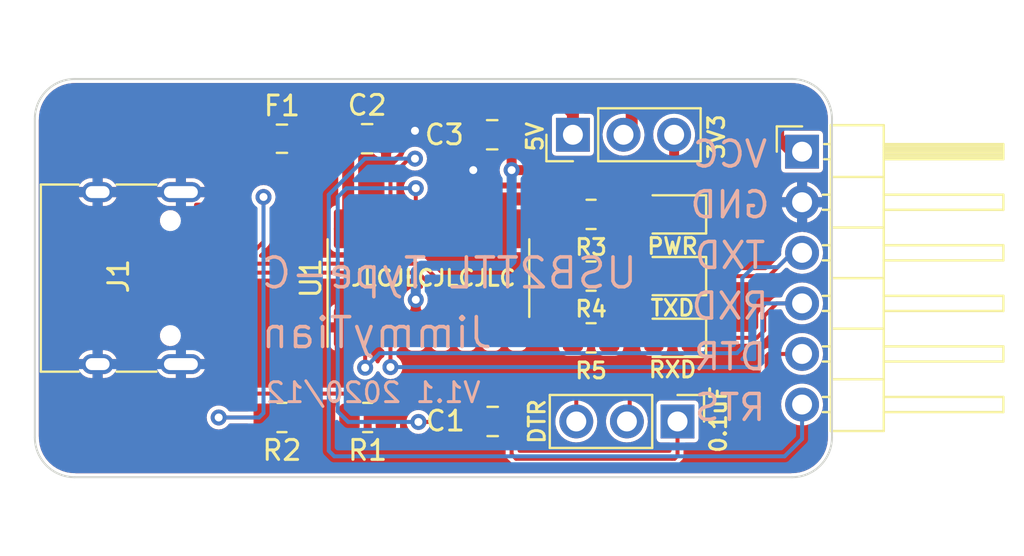
<source format=kicad_pcb>
(kicad_pcb (version 20201116) (generator pcbnew)
  (layers (0 "F.Cu" signal) (31 "B.Cu" signal) (34 "B.Paste" user) (35 "F.Paste" user) (36 "B.SilkS" user "B.Silkscreen") (37 "F.SilkS" user "F.Silkscreen") (38 "B.Mask" user) (39 "F.Mask" user) (44 "Edge.Cuts" user))
  (net 0 "")
  (net 1 "Net-(C1-Pad2)")
  (net 2 "/VCC")
  (net 3 "/DTR")
  (net 4 "GND")
  (net 5 "Net-(F1-Pad1)")
  (net 6 "/3V3")
  (net 7 "Net-(D1-Pad2)")
  (net 8 "Net-(D2-Pad2)")
  (net 9 "/TXD")
  (net 10 "Net-(D3-Pad2)")
  (net 11 "/RXD")
  (net 12 "no_connect_21")
  (net 13 "/CC1")
  (net 14 "/USBD-")
  (net 15 "/USBD+")
  (net 16 "no_connect_20")
  (net 17 "/CC2")
  (net 18 "/#VCC")
  (net 19 "/#DTR")
  (net 20 "/RTS")
  (net 21 "no_connect_25")
  (net 22 "no_connect_24")
  (net 23 "no_connect_23")
  (net 24 "no_connect_22")
  (net 25 "no_connect_27")
  (net 26 "no_connect_26")
  (net 27 "no_connect_19")
  (footprint "Connector_USB:USB_C_Receptacle_HRO_TYPE-C-31-M-12" (layer "F.Cu") (at 88.2 86 -90)
    (fp_text reference "J1" (at -0.1 0 90) (layer "F.SilkS"))
    (fp_text value "USB_C_Receptacle_USB2.0")
    (fp_line (start 4.7 2) (end 4.7 3.9) (layer "F.SilkS") (width 0.12))
    (fp_line (start -4.7 3.9) (end 4.7 3.9) (layer "F.SilkS") (width 0.12))
    (fp_line (start -4.7 2) (end -4.7 3.9) (layer "F.SilkS") (width 0.12))
    (fp_line (start 4.7 -1.9) (end 4.7 0.1) (layer "F.SilkS") (width 0.12))
    (fp_line (start -4.7 -1.9) (end -4.7 0.1) (layer "F.SilkS") (width 0.12))
    (pad "" np_thru_hole circle (at -2.89 -2.6 270) (size 0.65 0.65) (drill 0.65) (layers *.Cu *.Mask))
    (pad "" np_thru_hole circle (at 2.89 -2.6 270) (size 0.65 0.65) (drill 0.65) (layers *.Cu *.Mask))
    (pad "A1" smd rect (at -3.25 -4.045 270) (size 0.6 1.45) (layers "F.Cu" "F.Paste" "F.Mask") (net 4 "GND"))
    (pad "A4" smd rect (at -2.45 -4.045 270) (size 0.6 1.45) (layers "F.Cu" "F.Paste" "F.Mask") (net 5 "Net-(F1-Pad1)"))
    (pad "A5" smd rect (at -1.25 -4.045 270) (size 0.3 1.45) (layers "F.Cu" "F.Paste" "F.Mask") (net 13 "/CC1"))
    (pad "A6" smd rect (at -0.25 -4.045 270) (size 0.3 1.45) (layers "F.Cu" "F.Paste" "F.Mask") (net 15 "/USBD+"))
    (pad "A7" smd rect (at 0.25 -4.045 270) (size 0.3 1.45) (layers "F.Cu" "F.Paste" "F.Mask") (net 14 "/USBD-"))
    (pad "A8" smd rect (at 1.25 -4.045 270) (size 0.3 1.45) (layers "F.Cu" "F.Paste" "F.Mask") (net 27 "no_connect_19"))
    (pad "A9" smd rect (at 2.45 -4.045 270) (size 0.6 1.45) (layers "F.Cu" "F.Paste" "F.Mask") (net 5 "Net-(F1-Pad1)"))
    (pad "A12" smd rect (at 3.25 -4.045 270) (size 0.6 1.45) (layers "F.Cu" "F.Paste" "F.Mask") (net 4 "GND"))
    (pad "B1" smd rect (at 3.25 -4.045 270) (size 0.6 1.45) (layers "F.Cu" "F.Paste" "F.Mask") (net 4 "GND"))
    (pad "B4" smd rect (at 2.45 -4.045 270) (size 0.6 1.45) (layers "F.Cu" "F.Paste" "F.Mask") (net 5 "Net-(F1-Pad1)"))
    (pad "B5" smd rect (at 1.75 -4.045 270) (size 0.3 1.45) (layers "F.Cu" "F.Paste" "F.Mask") (net 17 "/CC2"))
    (pad "B6" smd rect (at 0.75 -4.045 270) (size 0.3 1.45) (layers "F.Cu" "F.Paste" "F.Mask") (net 15 "/USBD+"))
    (pad "B7" smd rect (at -0.75 -4.045 270) (size 0.3 1.45) (layers "F.Cu" "F.Paste" "F.Mask") (net 14 "/USBD-"))
    (pad "B8" smd rect (at -1.75 -4.045 270) (size 0.3 1.45) (layers "F.Cu" "F.Paste" "F.Mask") (net 16 "no_connect_20"))
    (pad "B9" smd rect (at -2.45 -4.045 270) (size 0.6 1.45) (layers "F.Cu" "F.Paste" "F.Mask") (net 5 "Net-(F1-Pad1)"))
    (pad "B12" smd rect (at -3.25 -4.045 270) (size 0.6 1.45) (layers "F.Cu" "F.Paste" "F.Mask") (net 4 "GND"))
    (pad "S1" thru_hole oval (at -4.32 1.05 270) (size 1 1.6) (drill oval 0.6 1.2) (layers *.Cu *.Mask) (net 4 "GND"))
    (pad "S1" thru_hole oval (at -4.32 -3.13 270) (size 1 2.1) (drill oval 0.6 1.7) (layers *.Cu *.Mask) (net 4 "GND"))
    (pad "S1" thru_hole oval (at 4.32 -3.13 270) (size 1 2.1) (drill oval 0.6 1.7) (layers *.Cu *.Mask) (net 4 "GND"))
    (pad "S1" thru_hole oval (at 4.32 1.05 270) (size 1 1.6) (drill oval 0.6 1.2) (layers *.Cu *.Mask) (net 4 "GND"))
  )
  (footprint "Capacitor_SMD:C_0805_2012Metric" (layer "F.Cu") (at 106.95 78.8 180)
    (fp_text reference "C3" (at 2.4 0) (layer "F.SilkS"))
    (fp_text value "0.1uF")
    (fp_line (start -0.261252 0.735) (end 0.261252 0.735) (layer "F.SilkS") (width 0.12))
    (fp_line (start -0.261252 -0.735) (end 0.261252 -0.735) (layer "F.SilkS") (width 0.12))
    (pad "1" smd roundrect (at -0.95 0 180) (size 1 1.45) (layers "F.Cu" "F.Paste" "F.Mask") (net 6 "/3V3"))
    (pad "2" smd roundrect (at 0.95 0 180) (size 1 1.45) (layers "F.Cu" "F.Paste" "F.Mask") (net 4 "GND"))
  )
  (footprint "Connector_PinHeader_2.54mm:PinHeader_1x03_P2.54mm_Vertical" (layer "F.Cu") (at 111 78.8 90)
    (fp_text reference "J2" hide)
    (fp_text value "Conn_01x03_Male")
    (fp_line (start -1.33 1.27) (end 1.33 1.27) (layer "F.SilkS") (width 0.12))
    (fp_line (start -1.33 1.27) (end -1.33 6.41) (layer "F.SilkS") (width 0.12))
    (fp_line (start -1.33 -1.33) (end 0 -1.33) (layer "F.SilkS") (width 0.12))
    (fp_line (start 1.33 1.27) (end 1.33 6.41) (layer "F.SilkS") (width 0.12))
    (fp_line (start -1.33 0) (end -1.33 -1.33) (layer "F.SilkS") (width 0.12))
    (fp_line (start -1.33 6.41) (end 1.33 6.41) (layer "F.SilkS") (width 0.12))
    (pad "1" thru_hole rect (at 0 0 90) (size 1.7 1.7) (drill 1) (layers *.Cu *.Mask) (net 2 "/VCC"))
    (pad "2" thru_hole oval (at 0 2.54 90) (size 1.7 1.7) (drill 1) (layers *.Cu *.Mask) (net 18 "/#VCC"))
    (pad "3" thru_hole oval (at 0 5.08 90) (size 1.7 1.7) (drill 1) (layers *.Cu *.Mask) (net 6 "/3V3"))
  )
  (footprint "Fuse:Fuse_0805_2012Metric" (layer "F.Cu") (at 96.4 79)
    (fp_text reference "F1" (at 0 -1.65) (layer "F.SilkS"))
    (fp_text value "Fuse")
    (fp_line (start -0.258578 -0.71) (end 0.258578 -0.71) (layer "F.SilkS") (width 0.12))
    (fp_line (start -0.258578 0.71) (end 0.258578 0.71) (layer "F.SilkS") (width 0.12))
    (pad "1" smd roundrect (at -0.9375 0) (size 0.975 1.4) (layers "F.Cu" "F.Paste" "F.Mask") (net 5 "Net-(F1-Pad1)"))
    (pad "2" smd roundrect (at 0.9375 0) (size 0.975 1.4) (layers "F.Cu" "F.Paste" "F.Mask") (net 2 "/VCC"))
  )
  (footprint "Capacitor_SMD:C_0805_2012Metric" (layer "F.Cu") (at 106.975 93.2)
    (fp_text reference "C1" (at -2.375 -0.025) (layer "F.SilkS"))
    (fp_text value "0.1uF")
    (fp_line (start -0.261252 -0.735) (end 0.261252 -0.735) (layer "F.SilkS") (width 0.12))
    (fp_line (start -0.261252 0.735) (end 0.261252 0.735) (layer "F.SilkS") (width 0.12))
    (pad "1" smd roundrect (at -0.95 0) (size 1 1.45) (layers "F.Cu" "F.Paste" "F.Mask") (net 3 "/DTR"))
    (pad "2" smd roundrect (at 0.95 0) (size 1 1.45) (layers "F.Cu" "F.Paste" "F.Mask") (net 1 "Net-(C1-Pad2)"))
  )
  (footprint "LED_SMD:LED_0805_2012Metric" (layer "F.Cu") (at 116 89 180)
    (fp_text reference "D3" hide)
    (fp_text value "RX")
    (fp_line (start -1.685 0.96) (end 1 0.96) (layer "F.SilkS") (width 0.12))
    (fp_line (start -1.685 -0.96) (end -1.685 0.96) (layer "F.SilkS") (width 0.12))
    (fp_line (start 1 -0.96) (end -1.685 -0.96) (layer "F.SilkS") (width 0.12))
    (pad "1" smd roundrect (at -0.9375 0 180) (size 0.975 1.4) (layers "F.Cu" "F.Paste" "F.Mask") (net 11 "/RXD"))
    (pad "2" smd roundrect (at 0.9375 0 180) (size 0.975 1.4) (layers "F.Cu" "F.Paste" "F.Mask") (net 10 "Net-(D3-Pad2)"))
  )
  (footprint "Capacitor_SMD:C_0805_2012Metric" (layer "F.Cu") (at 100.675 79)
    (fp_text reference "C2" (at 0 -1.68) (layer "F.SilkS"))
    (fp_text value "0.1uF")
    (fp_line (start -0.261252 0.735) (end 0.261252 0.735) (layer "F.SilkS") (width 0.12))
    (fp_line (start -0.261252 -0.735) (end 0.261252 -0.735) (layer "F.SilkS") (width 0.12))
    (pad "1" smd roundrect (at -0.95 0) (size 1 1.45) (layers "F.Cu" "F.Paste" "F.Mask") (net 2 "/VCC"))
    (pad "2" smd roundrect (at 0.95 0) (size 1 1.45) (layers "F.Cu" "F.Paste" "F.Mask") (net 4 "GND"))
  )
  (footprint "Resistor_SMD:R_0805_2012Metric" (layer "F.Cu") (at 96.4 93 180)
    (fp_text reference "R2" (at 0 -1.65) (layer "F.SilkS"))
    (fp_text value "5K1")
    (fp_line (start -0.227064 0.735) (end 0.227064 0.735) (layer "F.SilkS") (width 0.12))
    (fp_line (start -0.227064 -0.735) (end 0.227064 -0.735) (layer "F.SilkS") (width 0.12))
    (pad "1" smd roundrect (at -0.9125 0 180) (size 1.025 1.4) (layers "F.Cu" "F.Paste" "F.Mask") (roundrect_rratio 0.2439024390243902) (net 4 "GND"))
    (pad "2" smd roundrect (at 0.9125 0 180) (size 1.025 1.4) (layers "F.Cu" "F.Paste" "F.Mask") (roundrect_rratio 0.2439024390243902) (net 13 "/CC1"))
  )
  (footprint "Resistor_SMD:R_0805_2012Metric" (layer "F.Cu") (at 111.9125 82.8 180)
    (fp_text reference "R3" (at 0 -1.65) (layer "F.SilkS") (effects (font (size 0.8 0.8))))
    (fp_text value "470")
    (fp_line (start -0.227064 -0.735) (end 0.227064 -0.735) (layer "F.SilkS") (width 0.12))
    (fp_line (start -0.227064 0.735) (end 0.227064 0.735) (layer "F.SilkS") (width 0.12))
    (pad "1" smd roundrect (at -0.9125 0 180) (size 1.025 1.4) (layers "F.Cu" "F.Paste" "F.Mask") (roundrect_rratio 0.2439024390243902) (net 7 "Net-(D1-Pad2)"))
    (pad "2" smd roundrect (at 0.9125 0 180) (size 1.025 1.4) (layers "F.Cu" "F.Paste" "F.Mask") (roundrect_rratio 0.2439024390243902) (net 2 "/VCC"))
  )
  (footprint "LED_SMD:LED_0805_2012Metric" (layer "F.Cu") (at 116 85.9 180)
    (fp_text reference "D2" hide)
    (fp_text value "TX")
    (fp_line (start 1 -0.96) (end -1.685 -0.96) (layer "F.SilkS") (width 0.12))
    (fp_line (start -1.685 0.96) (end 1 0.96) (layer "F.SilkS") (width 0.12))
    (fp_line (start -1.685 -0.96) (end -1.685 0.96) (layer "F.SilkS") (width 0.12))
    (pad "1" smd roundrect (at -0.9375 0 180) (size 0.975 1.4) (layers "F.Cu" "F.Paste" "F.Mask") (net 9 "/TXD"))
    (pad "2" smd roundrect (at 0.9375 0 180) (size 0.975 1.4) (layers "F.Cu" "F.Paste" "F.Mask") (net 8 "Net-(D2-Pad2)"))
  )
  (footprint "Resistor_SMD:R_0805_2012Metric" (layer "F.Cu") (at 100.7 93 180)
    (fp_text reference "R1" (at 0 -1.65) (layer "F.SilkS"))
    (fp_text value "5K1")
    (fp_line (start -0.227064 0.735) (end 0.227064 0.735) (layer "F.SilkS") (width 0.12))
    (fp_line (start -0.227064 -0.735) (end 0.227064 -0.735) (layer "F.SilkS") (width 0.12))
    (pad "1" smd roundrect (at -0.9125 0 180) (size 1.025 1.4) (layers "F.Cu" "F.Paste" "F.Mask") (roundrect_rratio 0.2439024390243902) (net 4 "GND"))
    (pad "2" smd roundrect (at 0.9125 0 180) (size 1.025 1.4) (layers "F.Cu" "F.Paste" "F.Mask") (roundrect_rratio 0.2439024390243902) (net 17 "/CC2"))
  )
  (footprint "Resistor_SMD:R_0805_2012Metric" (layer "F.Cu") (at 111.9125 89 180)
    (fp_text reference "R5" (at 0 -1.65) (layer "F.SilkS") (effects (font (size 0.8 0.8))))
    (fp_text value "470")
    (fp_line (start -0.227064 0.735) (end 0.227064 0.735) (layer "F.SilkS") (width 0.12))
    (fp_line (start -0.227064 -0.735) (end 0.227064 -0.735) (layer "F.SilkS") (width 0.12))
    (pad "1" smd roundrect (at -0.9125 0 180) (size 1.025 1.4) (layers "F.Cu" "F.Paste" "F.Mask") (roundrect_rratio 0.2439024390243902) (net 10 "Net-(D3-Pad2)"))
    (pad "2" smd roundrect (at 0.9125 0 180) (size 1.025 1.4) (layers "F.Cu" "F.Paste" "F.Mask") (roundrect_rratio 0.2439024390243902) (net 2 "/VCC"))
  )
  (footprint "Connector_PinHeader_2.54mm:PinHeader_1x06_P2.54mm_Horizontal" (layer "F.Cu") (at 122.5 79.65)
    (fp_text reference "J4" hide)
    (fp_text value "Conn_01x06_Male")
    (fp_line (start 10.1 4.7) (end 10.1 5.46) (layer "F.SilkS") (width 0.12))
    (fp_line (start 1.44 8.89) (end 4.1 8.89) (layer "F.SilkS") (width 0.12))
    (fp_line (start 4.1 0.16) (end 10.1 0.16) (layer "F.SilkS") (width 0.12))
    (fp_line (start 4.1 4.7) (end 10.1 4.7) (layer "F.SilkS") (width 0.12))
    (fp_line (start 1.11 -0.38) (end 1.44 -0.38) (layer "F.SilkS") (width 0.12))
    (fp_line (start 1.44 1.27) (end 4.1 1.27) (layer "F.SilkS") (width 0.12))
    (fp_line (start 10.1 2.16) (end 10.1 2.92) (layer "F.SilkS") (width 0.12))
    (fp_line (start 10.1 13.08) (end 4.1 13.08) (layer "F.SilkS") (width 0.12))
    (fp_line (start 10.1 12.32) (end 10.1 13.08) (layer "F.SilkS") (width 0.12))
    (fp_line (start 10.1 7.24) (end 10.1 8) (layer "F.SilkS") (width 0.12))
    (fp_line (start 4.1 -0.38) (end 10.1 -0.38) (layer "F.SilkS") (width 0.12))
    (fp_line (start 4.1 -0.2) (end 10.1 -0.2) (layer "F.SilkS") (width 0.12))
    (fp_line (start 1.042929 2.92) (end 1.44 2.92) (layer "F.SilkS") (width 0.12))
    (fp_line (start 4.1 -0.08) (end 10.1 -0.08) (layer "F.SilkS") (width 0.12))
    (fp_line (start 1.042929 10.54) (end 1.44 10.54) (layer "F.SilkS") (width 0.12))
    (fp_line (start 10.1 -0.38) (end 10.1 0.38) (layer "F.SilkS") (width 0.12))
    (fp_line (start 1.042929 8) (end 1.44 8) (layer "F.SilkS") (width 0.12))
    (fp_line (start 10.1 8) (end 4.1 8) (layer "F.SilkS") (width 0.12))
    (fp_line (start 4.1 0.28) (end 10.1 0.28) (layer "F.SilkS") (width 0.12))
    (fp_line (start 1.042929 4.7) (end 1.44 4.7) (layer "F.SilkS") (width 0.12))
    (fp_line (start 1.44 3.81) (end 4.1 3.81) (layer "F.SilkS") (width 0.12))
    (fp_line (start -1.27 -1.27) (end 0 -1.27) (layer "F.SilkS") (width 0.12))
    (fp_line (start 1.44 14.03) (end 4.1 14.03) (layer "F.SilkS") (width 0.12))
    (fp_line (start 4.1 -0.32) (end 10.1 -0.32) (layer "F.SilkS") (width 0.12))
    (fp_line (start 10.1 5.46) (end 4.1 5.46) (layer "F.SilkS") (width 0.12))
    (fp_line (start 1.042929 13.08) (end 1.44 13.08) (layer "F.SilkS") (width 0.12))
    (fp_line (start 1.042929 7.24) (end 1.44 7.24) (layer "F.SilkS") (width 0.12))
    (fp_line (start 4.1 7.24) (end 10.1 7.24) (layer "F.SilkS") (width 0.12))
    (fp_line (start 4.1 2.16) (end 10.1 2.16) (layer "F.SilkS") (width 0.12))
    (fp_line (start 4.1 -1.33) (end 1.44 -1.33) (layer "F.SilkS") (width 0.12))
    (fp_line (start 4.1 9.78) (end 10.1 9.78) (layer "F.SilkS") (width 0.12))
    (fp_line (start 4.1 14.03) (end 4.1 -1.33) (layer "F.SilkS") (width 0.12))
    (fp_line (start 10.1 10.54) (end 4.1 10.54) (layer "F.SilkS") (width 0.12))
    (fp_line (start 10.1 0.38) (end 4.1 0.38) (layer "F.SilkS") (width 0.12))
    (fp_line (start 1.042929 2.16) (end 1.44 2.16) (layer "F.SilkS") (width 0.12))
    (fp_line (start 4.1 12.32) (end 10.1 12.32) (layer "F.SilkS") (width 0.12))
    (fp_line (start 1.11 0.38) (end 1.44 0.38) (layer "F.SilkS") (width 0.12))
    (fp_line (start 1.44 -1.33) (end 1.44 14.03) (layer "F.SilkS") (width 0.12))
    (fp_line (start 1.042929 9.78) (end 1.44 9.78) (layer "F.SilkS") (width 0.12))
    (fp_line (start 1.44 6.35) (end 4.1 6.35) (layer "F.SilkS") (width 0.12))
    (fp_line (start 1.44 11.43) (end 4.1 11.43) (layer "F.SilkS") (width 0.12))
    (fp_line (start -1.27 0) (end -1.27 -1.27) (layer "F.SilkS") (width 0.12))
    (fp_line (start 4.1 0.04) (end 10.1 0.04) (layer "F.SilkS") (width 0.12))
    (fp_line (start 10.1 9.78) (end 10.1 10.54) (layer "F.SilkS") (width 0.12))
    (fp_line (start 1.042929 12.32) (end 1.44 12.32) (layer "F.SilkS") (width 0.12))
    (fp_line (start 10.1 2.92) (end 4.1 2.92) (layer "F.SilkS") (width 0.12))
    (fp_line (start 1.042929 5.46) (end 1.44 5.46) (layer "F.SilkS") (width 0.12))
    (pad "1" thru_hole rect (at 0 0) (size 1.7 1.7) (drill 1) (layers *.Cu *.Mask) (net 18 "/#VCC"))
    (pad "2" thru_hole oval (at 0 2.54) (size 1.7 1.7) (drill 1) (layers *.Cu *.Mask) (net 4 "GND"))
    (pad "3" thru_hole oval (at 0 5.08) (size 1.7 1.7) (drill 1) (layers *.Cu *.Mask) (net 9 "/TXD"))
    (pad "4" thru_hole oval (at 0 7.62) (size 1.7 1.7) (drill 1) (layers *.Cu *.Mask) (net 11 "/RXD"))
    (pad "5" thru_hole oval (at 0 10.16) (size 1.7 1.7) (drill 1) (layers *.Cu *.Mask) (net 19 "/#DTR"))
    (pad "6" thru_hole oval (at 0 12.7) (size 1.7 1.7) (drill 1) (layers *.Cu *.Mask) (net 20 "/RTS"))
  )
  (footprint "Resistor_SMD:R_0805_2012Metric" (layer "F.Cu") (at 111.9125 85.9 180)
    (fp_text reference "R4" (at 0 -1.65) (layer "F.SilkS") (effects (font (size 0.8 0.8))))
    (fp_text value "220")
    (fp_line (start -0.227064 -0.735) (end 0.227064 -0.735) (layer "F.SilkS") (width 0.12))
    (fp_line (start -0.227064 0.735) (end 0.227064 0.735) (layer "F.SilkS") (width 0.12))
    (pad "1" smd roundrect (at -0.9125 0 180) (size 1.025 1.4) (layers "F.Cu" "F.Paste" "F.Mask") (roundrect_rratio 0.2439024390243902) (net 8 "Net-(D2-Pad2)"))
    (pad "2" smd roundrect (at 0.9125 0 180) (size 1.025 1.4) (layers "F.Cu" "F.Paste" "F.Mask") (roundrect_rratio 0.2439024390243902) (net 2 "/VCC"))
  )
  (footprint "Connector_PinHeader_2.54mm:PinHeader_1x03_P2.54mm_Vertical" (layer "F.Cu") (at 116.25 93.2 -90)
    (fp_text reference "J3" hide)
    (fp_text value "Conn_01x03_Male")
    (fp_line (start -1.33 6.41) (end 1.33 6.41) (layer "F.SilkS") (width 0.12))
    (fp_line (start -1.33 1.27) (end 1.33 1.27) (layer "F.SilkS") (width 0.12))
    (fp_line (start 1.33 1.27) (end 1.33 6.41) (layer "F.SilkS") (width 0.12))
    (fp_line (start -1.33 1.27) (end -1.33 6.41) (layer "F.SilkS") (width 0.12))
    (fp_line (start -1.33 0) (end -1.33 -1.33) (layer "F.SilkS") (width 0.12))
    (fp_line (start -1.33 -1.33) (end 0 -1.33) (layer "F.SilkS") (width 0.12))
    (pad "1" thru_hole rect (at 0 0 270) (size 1.7 1.7) (drill 1) (layers *.Cu *.Mask) (net 1 "Net-(C1-Pad2)"))
    (pad "2" thru_hole oval (at 0 2.54 270) (size 1.7 1.7) (drill 1) (layers *.Cu *.Mask) (net 19 "/#DTR"))
    (pad "3" thru_hole oval (at 0 5.08 270) (size 1.7 1.7) (drill 1) (layers *.Cu *.Mask) (net 3 "/DTR"))
  )
  (footprint "Package_SO:SOIC-16_3.9x9.9mm_P1.27mm" (layer "F.Cu") (at 103.75 86 90)
    (fp_text reference "U1" (at 0 -5.9 90) (layer "F.SilkS"))
    (fp_text value "CH340C")
    (fp_line (start 0 -5.06) (end -3.45 -5.06) (layer "F.SilkS") (width 0.12))
    (fp_line (start 0 5.06) (end 1.95 5.06) (layer "F.SilkS") (width 0.12))
    (fp_line (start 0 5.06) (end -1.95 5.06) (layer "F.SilkS") (width 0.12))
    (fp_line (start 0 -5.06) (end 1.95 -5.06) (layer "F.SilkS") (width 0.12))
    (pad "1" smd roundrect (at -2.475 -4.445 90) (size 1.95 0.6) (layers "F.Cu" "F.Paste" "F.Mask") (net 4 "GND"))
    (pad "2" smd roundrect (at -2.475 -3.175 90) (size 1.95 0.6) (layers "F.Cu" "F.Paste" "F.Mask") (net 9 "/TXD"))
    (pad "3" smd roundrect (at -2.475 -1.905 90) (size 1.95 0.6) (layers "F.Cu" "F.Paste" "F.Mask") (net 11 "/RXD"))
    (pad "4" smd roundrect (at -2.475 -0.635 90) (size 1.95 0.6) (layers "F.Cu" "F.Paste" "F.Mask") (net 6 "/3V3"))
    (pad "5" smd roundrect (at -2.475 0.635 90) (size 1.95 0.6) (layers "F.Cu" "F.Paste" "F.Mask") (net 15 "/USBD+"))
    (pad "6" smd roundrect (at -2.475 1.905 90) (size 1.95 0.6) (layers "F.Cu" "F.Paste" "F.Mask") (net 14 "/USBD-"))
    (pad "7" smd roundrect (at -2.475 3.175 90) (size 1.95 0.6) (layers "F.Cu" "F.Paste" "F.Mask") (net 21 "no_connect_25"))
    (pad "8" smd roundrect (at -2.475 4.445 90) (size 1.95 0.6) (layers "F.Cu" "F.Paste" "F.Mask") (net 26 "no_connect_26"))
    (pad "9" smd roundrect (at 2.475 4.445 90) (size 1.95 0.6) (layers "F.Cu" "F.Paste" "F.Mask") (net 25 "no_connect_27"))
    (pad "10" smd roundrect (at 2.475 3.175 90) (size 1.95 0.6) (layers "F.Cu" "F.Paste" "F.Mask") (net 12 "no_connect_21"))
    (pad "11" smd roundrect (at 2.475 1.905 90) (size 1.95 0.6) (layers "F.Cu" "F.Paste" "F.Mask") (net 24 "no_connect_22"))
    (pad "12" smd roundrect (at 2.475 0.635 90) (size 1.95 0.6) (layers "F.Cu" "F.Paste" "F.Mask") (net 23 "no_connect_23"))
    (pad "13" smd roundrect (at 2.475 -0.635 90) (size 1.95 0.6) (layers "F.Cu" "F.Paste" "F.Mask") (net 3 "/DTR"))
    (pad "14" smd roundrect (at 2.475 -1.905 90) (size 1.95 0.6) (layers "F.Cu" "F.Paste" "F.Mask") (net 20 "/RTS"))
    (pad "15" smd roundrect (at 2.475 -3.175 90) (size 1.95 0.6) (layers "F.Cu" "F.Paste" "F.Mask") (net 22 "no_connect_24"))
    (pad "16" smd roundrect (at 2.475 -4.445 90) (size 1.95 0.6) (layers "F.Cu" "F.Paste" "F.Mask") (net 2 "/VCC"))
  )
  (footprint "LED_SMD:LED_0805_2012Metric" (layer "F.Cu") (at 116 82.8 180)
    (fp_text reference "D1" hide)
    (fp_text value "PWR")
    (fp_line (start -1.685 -0.96) (end -1.685 0.96) (layer "F.SilkS") (width 0.12))
    (fp_line (start 1 -0.96) (end -1.685 -0.96) (layer "F.SilkS") (width 0.12))
    (fp_line (start -1.685 0.96) (end 1 0.96) (layer "F.SilkS") (width 0.12))
    (pad "1" smd roundrect (at -0.9375 0 180) (size 0.975 1.4) (layers "F.Cu" "F.Paste" "F.Mask") (net 4 "GND"))
    (pad "2" smd roundrect (at 0.9375 0 180) (size 0.975 1.4) (layers "F.Cu" "F.Paste" "F.Mask") (net 7 "Net-(D1-Pad2)"))
  )
  (gr_line (start 124 94) (end 124 78.000003) (layer "Edge.Cuts") (width 0.1))
  (gr_arc (start 122 78) (end 124 78.000003) (angle -90) (layer "Edge.Cuts") (width 0.1))
  (gr_line (start 85.999997 96) (end 121.999997 96) (layer "Edge.Cuts") (width 0.1))
  (gr_line (start 122.000003 76) (end 86 76) (layer "Edge.Cuts") (width 0.1))
  (gr_arc (start 122 94) (end 121.999997 96) (angle -90) (layer "Edge.Cuts") (width 0.1))
  (gr_arc (start 86 94) (end 84 93.999997) (angle -90) (layer "Edge.Cuts") (width 0.1))
  (gr_line (start 84 78.000002) (end 84 93.999999) (layer "Edge.Cuts") (width 0.1))
  (gr_arc (start 85.999997 78) (end 86 76) (angle -90) (layer "Edge.Cuts") (width 0.1))
  (gr_text "RXD" (at 116.845238 87.41) (layer "B.SilkS") (effects (font (size 1.3 1.3) (thickness 0.18)) (justify right mirror)))
  (gr_text "V1.1 2020/12" (at 95.5 91.75) (layer "B.SilkS") (effects (font (size 1 1)) (justify right mirror)))
  (gr_text "JimmyTian" (at 95.25 88.75) (layer "B.SilkS") (effects (font (size 1.5 1.5) (thickness 0.18)) (justify right mirror)))
  (gr_text "DTR" (at 116.969048 89.955) (layer "B.SilkS") (effects (font (size 1.3 1.3) (thickness 0.18)) (justify right mirror)))
  (gr_text "RTS" (at 117 92.5) (layer "B.SilkS") (effects (font (size 1.3 1.3) (thickness 0.18)) (justify right mirror)))
  (gr_text "GND" (at 116.783333 82.32) (layer "B.SilkS") (effects (font (size 1.3 1.3) (thickness 0.18)) (justify right mirror)))
  (gr_text "USB2TTL Type-C" (at 95.25 85.75) (layer "B.SilkS") (effects (font (size 1.5 1.5) (thickness 0.18)) (justify right mirror)))
  (gr_text "TXD" (at 117 84.865) (layer "B.SilkS") (effects (font (size 1.3 1.3) (thickness 0.18)) (justify right mirror)))
  (gr_text "VCC" (at 116.907143 79.775) (layer "B.SilkS") (effects (font (size 1.3 1.3) (thickness 0.18)) (justify right mirror)))
  (gr_text "5V" (at 109.1 78.9 90) (layer "F.SilkS") (effects (font (size 0.8 0.8))))
  (gr_text "RXD" (at 116 90.6) (layer "F.SilkS") (effects (font (size 0.8 0.8))))
  (gr_text "PWR" (at 116 84.4) (layer "F.SilkS") (effects (font (size 0.8 0.8))))
  (gr_text "TXD" (at 116 87.5) (layer "F.SilkS") (effects (font (size 0.8 0.8))))
  (gr_text "DTR" (at 109.2 93.2 90) (layer "F.SilkS") (effects (font (size 0.8 0.8))))
  (gr_text "JLCJLCJLCJLC" (at 104 86) (layer "F.SilkS") (effects (font (size 0.8 0.8))))
  (gr_text "0.1uF" (at 118.3 93.1 90) (layer "F.SilkS") (effects (font (size 0.8 0.8))))
  (gr_text "3V3" (at 118.2 78.9 90) (layer "F.SilkS") (effects (font (size 0.8 0.8))))
  (segment (start 107.925 94.85) (end 108.15 95.075) (width 0.2) (layer "F.Cu") (net 1))
  (segment (start 108.15 95.075) (end 115.975 95.075) (width 0.2) (layer "F.Cu") (net 1))
  (segment (start 116.25 94.925) (end 116.25 93.2) (width 0.2) (layer "F.Cu") (net 1))
  (segment (start 115.975 95.075) (end 116.1 95.075) (width 0.2) (layer "F.Cu") (net 1))
  (segment (start 116.1 95.075) (end 116.25 94.925) (width 0.2) (layer "F.Cu") (net 1))
  (segment (start 107.925 93.2) (end 107.925 94.85) (width 0.2) (layer "F.Cu") (net 1))
  (segment (start 101.425 77.3) (end 104.425 77.3) (width 0.6) (layer "F.Cu") (net 2))
  (segment (start 104.425 81.125) (end 104.425 77.3) (width 0.3) (layer "F.Cu") (net 2))
  (segment (start 99.725 79) (end 99.725 83.105) (width 0.6) (layer "F.Cu") (net 2))
  (segment (start 111 89) (end 111 82.8) (width 0.2) (layer "F.Cu") (net 2))
  (segment (start 110.575 77.3) (end 111 77.725) (width 0.6) (layer "F.Cu") (net 2))
  (segment (start 97.3375 79) (end 99.725 79) (width 0.6) (layer "F.Cu") (net 2))
  (segment (start 110.2 81.35) (end 104.65 81.35) (width 0.3) (layer "F.Cu") (net 2))
  (segment (start 104.425 77.3) (end 110.575 77.3) (width 0.6) (layer "F.Cu") (net 2))
  (segment (start 110.39999 82.19999) (end 110.39999 81.54999) (width 0.3) (layer "F.Cu") (net 2))
  (segment (start 111 82.8) (end 110.39999 82.19999) (width 0.3) (layer "F.Cu") (net 2))
  (segment (start 104.65 81.35) (end 104.425 81.125) (width 0.3) (layer "F.Cu") (net 2))
  (segment (start 99.725 79) (end 101.425 77.3) (width 0.6) (layer "F.Cu") (net 2))
  (segment (start 111 77.725) (end 111 78.8) (width 0.6) (layer "F.Cu") (net 2))
  (segment (start 110.39999 81.54999) (end 110.2 81.35) (width 0.3) (layer "F.Cu") (net 2))
  (segment (start 99.725 83.105) (end 99.305 83.525) (width 0.6) (layer "F.Cu") (net 2))
  (segment (start 106.25 91.625) (end 110.875 91.625) (width 0.2) (layer "F.Cu") (net 3))
  (segment (start 106.025 91.85) (end 106.25 91.625) (width 0.2) (layer "F.Cu") (net 3))
  (segment (start 103.115 83.525) (end 103.115 81.485) (width 0.2) (layer "F.Cu") (net 3))
  (segment (start 110.875 91.625) (end 111.17 91.92) (width 0.2) (layer "F.Cu") (net 3))
  (segment (start 103.25 93.225) (end 106 93.225) (width 0.2) (layer "F.Cu") (net 3))
  (segment (start 111.17 91.92) (end 111.17 93.2) (width 0.2) (layer "F.Cu") (net 3))
  (segment (start 106.025 93.2) (end 106.025 91.85) (width 0.2) (layer "F.Cu") (net 3))
  (segment (start 106 93.225) (end 106.025 93.2) (width 0.2) (layer "F.Cu") (net 3))
  (via (at 103.115 81.485) (size 0.8) (drill 0.4) (layers "F.Cu" "B.Cu") (net 3))
  (via (at 103.25 93.225) (size 0.8) (drill 0.4) (layers "F.Cu" "B.Cu") (net 3))
  (segment (start 99.64 81.485) (end 99.2 81.925) (width 0.2) (layer "B.Cu") (net 3))
  (segment (start 103.115 81.485) (end 99.64 81.485) (width 0.2) (layer "B.Cu") (net 3))
  (segment (start 99.2 92.7) (end 99.725 93.225) (width 0.2) (layer "B.Cu") (net 3))
  (segment (start 99.725 93.225) (end 103.25 93.225) (width 0.2) (layer "B.Cu") (net 3))
  (segment (start 99.2 81.925) (end 99.2 92.7) (width 0.2) (layer "B.Cu") (net 3))
  (via (at 103.075 78.6) (size 0.8) (drill 0.4) (layers "F.Cu" "B.Cu") (net 4))
  (via (at 106 80.575) (size 0.8) (drill 0.4) (layers "F.Cu" "B.Cu") (net 4))
  (segment (start 91.232536 83.925) (end 91.607536 83.55) (width 0.254) (layer "F.Cu") (net 5))
  (segment (start 94.25 83.55) (end 94.25 80.2125) (width 0.6) (layer "F.Cu") (net 5))
  (segment (start 94.25 80.2125) (end 95.4625 79) (width 0.6) (layer "F.Cu") (net 5))
  (segment (start 92.245 83.55) (end 94.25 83.55) (width 0.6) (layer "F.Cu") (net 5))
  (segment (start 90.325 83.925) (end 91.232536 83.925) (width 0.254) (layer "F.Cu") (net 5))
  (segment (start 91.257538 88.1) (end 90.4 88.1) (width 0.254) (layer "F.Cu") (net 5))
  (segment (start 90.1 87.8) (end 90.1 84.15) (width 0.254) (layer "F.Cu") (net 5))
  (segment (start 90.4 88.1) (end 90.1 87.8) (width 0.254) (layer "F.Cu") (net 5))
  (segment (start 91.607536 83.55) (end 92.245 83.55) (width 0.254) (layer "F.Cu") (net 5))
  (segment (start 91.384548 88.22701) (end 91.257538 88.1) (width 0.254) (layer "F.Cu") (net 5))
  (segment (start 90.1 84.15) (end 90.325 83.925) (width 0.254) (layer "F.Cu") (net 5))
  (segment (start 92.02201 88.22701) (end 91.384548 88.22701) (width 0.254) (layer "F.Cu") (net 5))
  (segment (start 92.245 88.45) (end 92.02201 88.22701) (width 0.254) (layer "F.Cu") (net 5))
  (segment (start 116.08 79.97) (end 116.08 78.8) (width 0.5) (layer "F.Cu") (net 6))
  (segment (start 107.925 80.575) (end 115.475 80.575) (width 0.5) (layer "F.Cu") (net 6))
  (segment (start 107.925 78.825) (end 107.9 78.8) (width 0.5) (layer "F.Cu") (net 6))
  (segment (start 115.475 80.575) (end 116.08 79.97) (width 0.5) (layer "F.Cu") (net 6))
  (segment (start 107.925 80.575) (end 107.925 78.825) (width 0.5) (layer "F.Cu") (net 6))
  (segment (start 103.115 88.475) (end 103.115 87.085) (width 0.5) (layer "F.Cu") (net 6))
  (via (at 107.925 80.575) (size 0.8) (drill 0.4) (layers "F.Cu" "B.Cu") (net 6))
  (via (at 103.115 87.085) (size 0.8) (drill 0.4) (layers "F.Cu" "B.Cu") (net 6))
  (segment (start 103.115 87.085) (end 103.115 85.66) (width 0.5) (layer "B.Cu") (net 6))
  (segment (start 107.675 85.375) (end 107.925 85.125) (width 0.5) (layer "B.Cu") (net 6))
  (segment (start 107.925 81.55) (end 107.925 80.575) (width 0.5) (layer "B.Cu") (net 6))
  (segment (start 103.4 85.375) (end 107.675 85.375) (width 0.5) (layer "B.Cu") (net 6))
  (segment (start 103.115 85.66) (end 103.4 85.375) (width 0.5) (layer "B.Cu") (net 6))
  (segment (start 107.925 85.125) (end 107.925 81.55) (width 0.5) (layer "B.Cu") (net 6))
  (segment (start 112.825 82.8) (end 115.0625 82.8) (width 0.2) (layer "F.Cu") (net 7))
  (segment (start 112.825 85.9) (end 115.0625 85.9) (width 0.2) (layer "F.Cu") (net 8))
  (segment (start 122 84.73) (end 120.83 85.9) (width 0.2) (layer "F.Cu") (net 9))
  (segment (start 100.575 88.475) (end 100.575 90.5) (width 0.2) (layer "F.Cu") (net 9))
  (segment (start 120.83 85.9) (end 116.9375 85.9) (width 0.2) (layer "F.Cu") (net 9))
  (via (at 100.575 90.5) (size 0.8) (drill 0.4) (layers "F.Cu" "B.Cu") (net 9))
  (segment (start 101.305001 89.769999) (end 119.219999 89.769999) (width 0.2) (layer "B.Cu") (net 9))
  (segment (start 100.575 90.5) (end 101.305001 89.769999) (width 0.2) (layer "B.Cu") (net 9))
  (segment (start 119.5 86) (end 119.5 89.5) (width 0.2) (layer "B.Cu") (net 9))
  (segment (start 119.5 89.5) (end 119.230001 89.769999) (width 0.2) (layer "B.Cu") (net 9))
  (segment (start 120.05 85.45) (end 119.5 86) (width 0.2) (layer "B.Cu") (net 9))
  (segment (start 120.05 85.45) (end 121.28 85.45) (width 0.2) (layer "B.Cu") (net 9))
  (segment (start 119.230001 89.769999) (end 119.219999 89.769999) (width 0.2) (layer "B.Cu") (net 9))
  (segment (start 121.28 85.45) (end 122 84.73) (width 0.2) (layer "B.Cu") (net 9))
  (segment (start 112.825 89) (end 115.0625 89) (width 0.2) (layer "F.Cu") (net 10))
  (segment (start 121.23 87.27) (end 122 87.27) (width 0.2) (layer "F.Cu") (net 11))
  (segment (start 120.6 87.9) (end 121.23 87.27) (width 0.2) (layer "F.Cu") (net 11))
  (segment (start 101.845 88.475) (end 101.845 90.47) (width 0.2) (layer "F.Cu") (net 11))
  (segment (start 116.9375 89) (end 120.225 89) (width 0.2) (layer "F.Cu") (net 11))
  (segment (start 120.6 88.625) (end 120.6 87.9) (width 0.2) (layer "F.Cu") (net 11))
  (segment (start 120.225 89) (end 120.6 88.625) (width 0.2) (layer "F.Cu") (net 11))
  (via (at 101.845 90.47) (size 0.8) (drill 0.4) (layers "F.Cu" "B.Cu") (net 11))
  (segment (start 122 87.27) (end 120.505 87.27) (width 0.2) (layer "B.Cu") (net 11))
  (segment (start 120.28 90.47) (end 101.845 90.47) (width 0.2) (layer "B.Cu") (net 11))
  (segment (start 120.505 90.245) (end 120.28 90.47) (width 0.2) (layer "B.Cu") (net 11))
  (segment (start 120.505 87.27) (end 120.505 90.245) (width 0.2) (layer "B.Cu") (net 11))
  (segment (start 93.225 93) (end 95.4875 93) (width 0.2) (layer "F.Cu") (net 13))
  (segment (start 93.898542 84.75) (end 94.9 84.75) (width 0.2) (layer "F.Cu") (net 13))
  (segment (start 95.475 84.175) (end 95.475 81.925) (width 0.2) (layer "F.Cu") (net 13))
  (segment (start 94.9 84.75) (end 95.475 84.175) (width 0.2) (layer "F.Cu") (net 13))
  (segment (start 92.245 84.75) (end 93.898542 84.75) (width 0.2) (layer "F.Cu") (net 13))
  (via (at 95.475 81.925) (size 0.8) (drill 0.4) (layers "F.Cu" "B.Cu") (net 13))
  (via (at 93.225 93) (size 0.8) (drill 0.4) (layers "F.Cu" "B.Cu") (net 13))
  (segment (start 95.475 91.275) (end 95.475 92.55) (width 0.2) (layer "B.Cu") (net 13))
  (segment (start 95.475 81.925) (end 95.475 91.275) (width 0.2) (layer "B.Cu") (net 13))
  (segment (start 95.475 92.55) (end 95.475 92.775) (width 0.2) (layer "B.Cu") (net 13))
  (segment (start 95.475 92.775) (end 95.25 93) (width 0.2) (layer "B.Cu") (net 13))
  (segment (start 95.25 93) (end 93.225 93) (width 0.2) (layer "B.Cu") (net 13))
  (segment (start 94.325 85.275) (end 93.1 85.275) (width 0.2) (layer "F.Cu") (net 14))
  (segment (start 103.4182 85.275) (end 94.325 85.275) (width 0.2) (layer "F.Cu") (net 14))
  (segment (start 105.245 87.1018) (end 103.4182 85.275) (width 0.2) (layer "F.Cu") (net 14))
  (segment (start 92.245 85.25) (end 93.075 85.25) (width 0.2) (layer "F.Cu") (net 14))
  (segment (start 91.16999 86.04499) (end 91.16999 85.43001) (width 0.2) (layer "F.Cu") (net 14))
  (segment (start 92.245 86.25) (end 91.375 86.25) (width 0.2) (layer "F.Cu") (net 14))
  (segment (start 93.075 85.25) (end 93.1 85.275) (width 0.2) (layer "F.Cu") (net 14))
  (segment (start 91.375 86.25) (end 91.16999 86.04499) (width 0.2) (layer "F.Cu") (net 14))
  (segment (start 92.245 85.25) (end 91.35 85.25) (width 0.2) (layer "F.Cu") (net 14))
  (segment (start 105.245 88.065) (end 105.245 87.1018) (width 0.2) (layer "F.Cu") (net 14))
  (segment (start 91.35 85.25) (end 91.225 85.375) (width 0.2) (layer "F.Cu") (net 14))
  (segment (start 105.655 88.475) (end 105.245 88.065) (width 0.2) (layer "F.Cu") (net 14))
  (segment (start 91.16999 85.43001) (end 91.225 85.375) (width 0.2) (layer "F.Cu") (net 14))
  (segment (start 93.4 85.725) (end 93.375 85.75) (width 0.2) (layer "F.Cu") (net 15))
  (segment (start 93.35 86.75) (end 93.475 86.625) (width 0.2) (layer "F.Cu") (net 15))
  (segment (start 94.325 85.725) (end 93.4 85.725) (width 0.2) (layer "F.Cu") (net 15))
  (segment (start 103.2318 85.725) (end 94.325 85.725) (width 0.2) (layer "F.Cu") (net 15))
  (segment (start 93.375 85.75) (end 93.475 85.85) (width 0.2) (layer "F.Cu") (net 15))
  (segment (start 104.385 88.475) (end 104.795 88.065) (width 0.2) (layer "F.Cu") (net 15))
  (segment (start 104.795 88.065) (end 104.795 87.2882) (width 0.2) (layer "F.Cu") (net 15))
  (segment (start 104.795 87.2882) (end 103.2318 85.725) (width 0.2) (layer "F.Cu") (net 15))
  (segment (start 92.245 86.75) (end 93.35 86.75) (width 0.2) (layer "F.Cu") (net 15))
  (segment (start 92.245 85.75) (end 93.375 85.75) (width 0.2) (layer "F.Cu") (net 15))
  (segment (start 93.475 86.625) (end 93.475 85.85) (width 0.2) (layer "F.Cu") (net 15))
  (segment (start 93.9 88.05) (end 93.9 91.5) (width 0.2) (layer "F.Cu") (net 17))
  (segment (start 94.2 91.8) (end 99.525 91.8) (width 0.2) (layer "F.Cu") (net 17))
  (segment (start 92.99428 87.75) (end 93.6 87.75) (width 0.2) (layer "F.Cu") (net 17))
  (segment (start 99.7875 92.0625) (end 99.7875 93) (width 0.2) (layer "F.Cu") (net 17))
  (segment (start 99.525 91.8) (end 99.7875 92.0625) (width 0.2) (layer "F.Cu") (net 17))
  (segment (start 94.05 91.65) (end 94.2 91.8) (width 0.2) (layer "F.Cu") (net 17))
  (segment (start 92.245 87.75) (end 92.99428 87.75) (width 0.2) (layer "F.Cu") (net 17))
  (segment (start 93.6 87.75) (end 93.9 88.05) (width 0.2) (layer "F.Cu") (net 17))
  (segment (start 93.9 91.5) (end 94.05 91.65) (width 0.2) (layer "F.Cu") (net 17))
  (segment (start 120.375 77.15) (end 121.3 78.075) (width 0.6) (layer "F.Cu") (net 18))
  (segment (start 121.3 78.95) (end 122 79.65) (width 0.6) (layer "F.Cu") (net 18))
  (segment (start 121.3 78.075) (end 121.3 78.95) (width 0.6) (layer "F.Cu") (net 18))
  (segment (start 113.95 77.225) (end 114.025 77.15) (width 0.6) (layer "F.Cu") (net 18))
  (segment (start 113.54 78.8) (end 113.95 78.39) (width 0.6) (layer "F.Cu") (net 18))
  (segment (start 113.95 78.39) (end 113.95 77.225) (width 0.6) (layer "F.Cu") (net 18))
  (segment (start 114.025 77.15) (end 120.375 77.15) (width 0.6) (layer "F.Cu") (net 18))
  (segment (start 113.85 93.06) (end 113.85 91.725) (width 0.2) (layer "F.Cu") (net 19))
  (segment (start 120.725 91.175) (end 120.725 89.9) (width 0.2) (layer "F.Cu") (net 19))
  (segment (start 120.5 91.4) (end 120.725 91.175) (width 0.2) (layer "F.Cu") (net 19))
  (segment (start 113.71 93.2) (end 113.85 93.06) (width 0.2) (layer "F.Cu") (net 19))
  (segment (start 114.175 91.4) (end 120.5 91.4) (width 0.2) (layer "F.Cu") (net 19))
  (segment (start 113.85 91.725) (end 114.175 91.4) (width 0.2) (layer "F.Cu") (net 19))
  (segment (start 120.815 89.81) (end 122 89.81) (width 0.2) (layer "F.Cu") (net 19))
  (segment (start 120.725 89.9) (end 120.815 89.81) (width 0.2) (layer "F.Cu") (net 19))
  (segment (start 102.775 80) (end 103.075 80) (width 0.2) (layer "F.Cu") (net 20))
  (segment (start 101.845 83.525) (end 101.845 80.93) (width 0.2) (layer "F.Cu") (net 20))
  (segment (start 101.845 80.93) (end 102.775 80) (width 0.2) (layer "F.Cu") (net 20))
  (via (at 103.075 80) (size 0.8) (drill 0.4) (layers "F.Cu" "B.Cu") (net 20))
  (segment (start 98.75 81.809302) (end 98.75 92.815699) (width 0.2) (layer "B.Cu") (net 20))
  (segment (start 122.5 94.075) (end 122.5 92.35) (width 0.2) (layer "B.Cu") (net 20))
  (segment (start 99.025 94.95) (end 121.625 94.95) (width 0.2) (layer "B.Cu") (net 20))
  (segment (start 98.75 93.25) (end 98.75 94.675) (width 0.2) (layer "B.Cu") (net 20))
  (segment (start 98.75 93.15) (end 98.75 93.25) (width 0.2) (layer "B.Cu") (net 20))
  (segment (start 98.75 92.815699) (end 98.75 93.15) (width 0.2) (layer "B.Cu") (net 20))
  (segment (start 98.75 94.675) (end 99.025 94.95) (width 0.2) (layer "B.Cu") (net 20))
  (segment (start 103.075 80) (end 100.559302 80) (width 0.2) (layer "B.Cu") (net 20))
  (segment (start 121.625 94.95) (end 122 94.575) (width 0.2) (layer "B.Cu") (net 20))
  (segment (start 100.559302 80) (end 98.75 81.809302) (width 0.2) (layer "B.Cu") (net 20))
  (segment (start 122 94.575) (end 122.5 94.075) (width 0.2) (layer "B.Cu") (net 20))
  (zone (net 4) (net_name "GND") (layers F&B.Cu) (connect_pads (clearance 0.2)) (min_thickness 0.2) (fill yes (thermal_gap 0.2) (thermal_bridge_width 0.508))
    (polygon (pts (xy 128 99) (xy 83 99) (xy 83 74) (xy 128 74)))
  )
)
</source>
